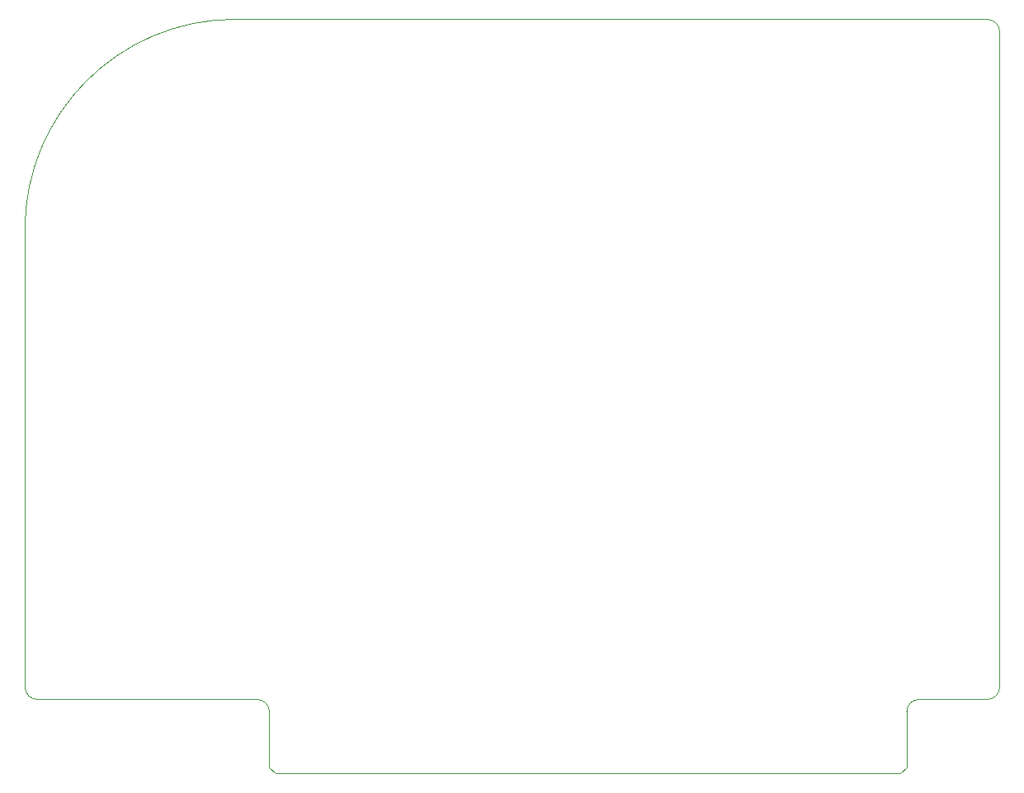
<source format=gbr>
%TF.GenerationSoftware,KiCad,Pcbnew,(6.0.8-1)-1*%
%TF.CreationDate,2022-11-07T14:14:20-08:00*%
%TF.ProjectId,DiskII,4469736b-4949-42e6-9b69-6361645f7063,1*%
%TF.SameCoordinates,Original*%
%TF.FileFunction,Profile,NP*%
%FSLAX46Y46*%
G04 Gerber Fmt 4.6, Leading zero omitted, Abs format (unit mm)*
G04 Created by KiCad (PCBNEW (6.0.8-1)-1) date 2022-11-07 14:14:20*
%MOMM*%
%LPD*%
G01*
G04 APERTURE LIST*
%TA.AperFunction,Profile*%
%ADD10C,0.100000*%
%TD*%
G04 APERTURE END LIST*
D10*
X211137500Y-132090000D02*
X211137500Y-64780000D01*
X136207500Y-140345000D02*
X136842500Y-140980000D01*
X132715000Y-63500000D02*
G75*
G03*
X111125000Y-85090000I0J-21590000D01*
G01*
X111137500Y-132090000D02*
X111125000Y-85090000D01*
X111137500Y-132090000D02*
G75*
G03*
X112407500Y-133360000I1270000J0D01*
G01*
X201612500Y-134630000D02*
X201612500Y-140345000D01*
X202882500Y-133360000D02*
G75*
G03*
X201612500Y-134630000I0J-1270000D01*
G01*
X112407500Y-133360000D02*
X134937500Y-133360000D01*
X209867500Y-63510000D02*
X132715000Y-63500000D01*
X209867500Y-133360000D02*
G75*
G03*
X211137500Y-132090000I0J1270000D01*
G01*
X201612500Y-140345000D02*
X200977500Y-140980000D01*
X200977500Y-140980000D02*
X136842500Y-140980000D01*
X202882500Y-133360000D02*
X209867500Y-133360000D01*
X136207500Y-134630000D02*
G75*
G03*
X134937500Y-133360000I-1270000J0D01*
G01*
X211137500Y-64780000D02*
G75*
G03*
X209867500Y-63510000I-1270000J0D01*
G01*
X136207500Y-134630000D02*
X136207500Y-140345000D01*
M02*

</source>
